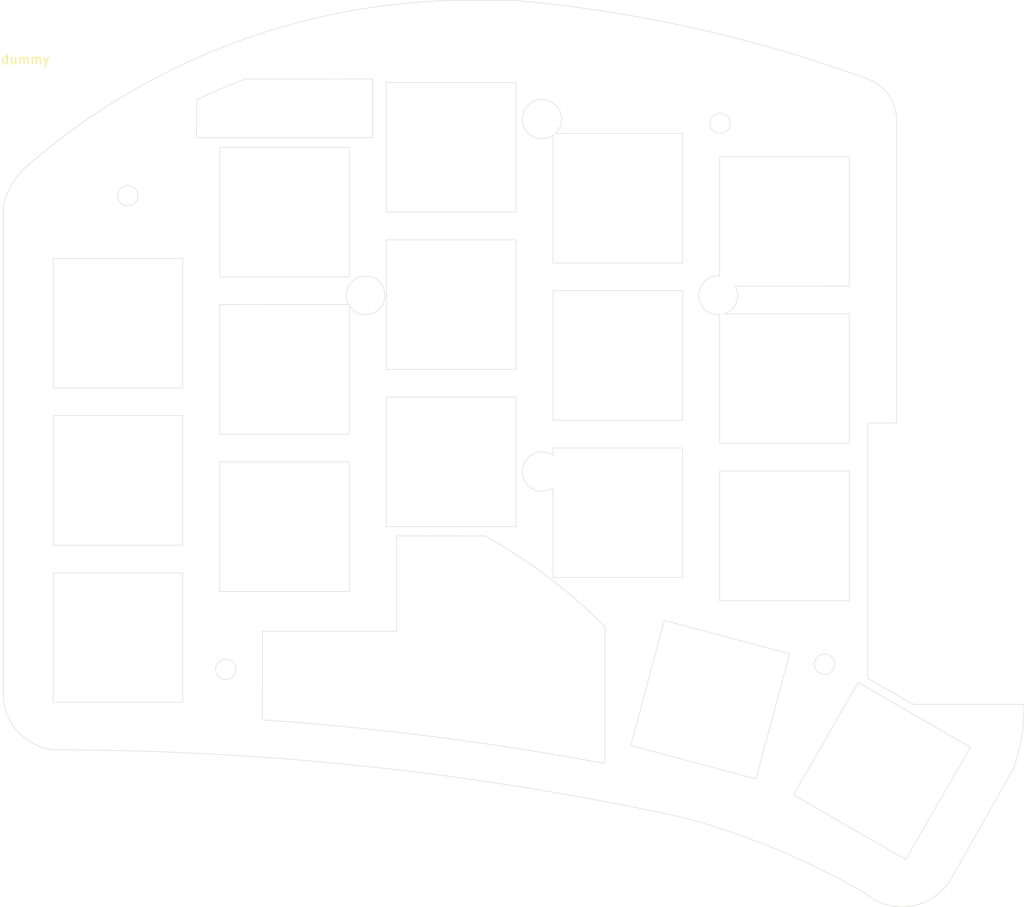
<source format=kicad_pcb>
(kicad_pcb (version 20171130) (host pcbnew 5.1.9)

  (general
    (thickness 1.6)
    (drawings 124)
    (tracks 0)
    (zones 0)
    (modules 1)
    (nets 1)
  )

  (page A4)
  (layers
    (0 F.Cu signal)
    (31 B.Cu signal)
    (32 B.Adhes user)
    (33 F.Adhes user)
    (34 B.Paste user)
    (35 F.Paste user)
    (36 B.SilkS user)
    (37 F.SilkS user)
    (38 B.Mask user)
    (39 F.Mask user)
    (40 Dwgs.User user)
    (41 Cmts.User user)
    (42 Eco1.User user)
    (43 Eco2.User user)
    (44 Edge.Cuts user)
    (45 Margin user)
    (46 B.CrtYd user)
    (47 F.CrtYd user)
    (48 B.Fab user)
    (49 F.Fab user)
  )

  (setup
    (last_trace_width 0.25)
    (trace_clearance 0.2)
    (zone_clearance 0.508)
    (zone_45_only no)
    (trace_min 0.2)
    (via_size 0.8)
    (via_drill 0.4)
    (via_min_size 0.4)
    (via_min_drill 0.3)
    (uvia_size 0.3)
    (uvia_drill 0.1)
    (uvias_allowed no)
    (uvia_min_size 0.2)
    (uvia_min_drill 0.1)
    (edge_width 0.05)
    (segment_width 0.2)
    (pcb_text_width 0.3)
    (pcb_text_size 1.5 1.5)
    (mod_edge_width 0.12)
    (mod_text_size 1 1)
    (mod_text_width 0.15)
    (pad_size 1.524 1.524)
    (pad_drill 0.762)
    (pad_to_mask_clearance 0.05)
    (aux_axis_origin 0 0)
    (visible_elements FFFDFF1F)
    (pcbplotparams
      (layerselection 0x01000_7ffffffe)
      (usegerberextensions false)
      (usegerberattributes true)
      (usegerberadvancedattributes true)
      (creategerberjobfile true)
      (excludeedgelayer true)
      (linewidth 0.100000)
      (plotframeref false)
      (viasonmask false)
      (mode 1)
      (useauxorigin false)
      (hpglpennumber 1)
      (hpglpenspeed 20)
      (hpglpendiameter 15.000000)
      (psnegative false)
      (psa4output false)
      (plotreference false)
      (plotvalue false)
      (plotinvisibletext false)
      (padsonsilk false)
      (subtractmaskfromsilk false)
      (outputformat 3)
      (mirror false)
      (drillshape 0)
      (scaleselection 1)
      (outputdirectory ""))
  )

  (net 0 "")

  (net_class Default "This is the default net class."
    (clearance 0.2)
    (trace_width 0.25)
    (via_dia 0.8)
    (via_drill 0.4)
    (uvia_dia 0.3)
    (uvia_drill 0.1)
  )

  (net_class Power ""
    (clearance 0.2)
    (trace_width 0.3)
    (via_dia 0.8)
    (via_drill 0.4)
    (uvia_dia 0.3)
    (uvia_drill 0.1)
  )

  (module dummy:dummy (layer F.Cu) (tedit 604AAE8F) (tstamp 604AAF5A)
    (at 12 12)
    (fp_text reference dummy (at 0 0.5) (layer F.SilkS)
      (effects (font (size 1 1) (thickness 0.15)))
    )
    (fp_text value dummy (at 0 -0.5) (layer F.Fab)
      (effects (font (size 1 1) (thickness 0.15)))
    )
  )

  (gr_line (start 107.092178 98.972178) (end 94.967822 91.972178) (layer Edge.Cuts) (width 0.05) (tstamp 6049E028))
  (gr_line (start 114.092178 86.847822) (end 107.092178 98.972178) (layer Edge.Cuts) (width 0.05))
  (gr_line (start 101.967822 79.847822) (end 114.092178 86.847822) (layer Edge.Cuts) (width 0.05))
  (gr_line (start 94.967822 91.972178) (end 101.967822 79.847822) (layer Edge.Cuts) (width 0.05))
  (gr_line (start 90.919747 90.273214) (end 77.396786 86.649747) (layer Edge.Cuts) (width 0.05))
  (gr_line (start 94.543214 76.750253) (end 90.919747 90.273214) (layer Edge.Cuts) (width 0.05))
  (gr_line (start 81.020253 73.126786) (end 94.543214 76.750253) (layer Edge.Cuts) (width 0.05))
  (gr_line (start 77.396786 86.649747) (end 81.020253 73.126786) (layer Edge.Cuts) (width 0.05))
  (gr_line (start 87 71) (end 87 57) (layer Edge.Cuts) (width 0.05))
  (gr_line (start 101 71) (end 87 71) (layer Edge.Cuts) (width 0.05))
  (gr_line (start 101 57) (end 101 71) (layer Edge.Cuts) (width 0.05))
  (gr_line (start 87 57) (end 101 57) (layer Edge.Cuts) (width 0.05))
  (gr_line (start 69 51.5) (end 69 37.5) (layer Edge.Cuts) (width 0.05) (tstamp 6049DFF6))
  (gr_line (start 83 51.5) (end 69 51.5) (layer Edge.Cuts) (width 0.05))
  (gr_line (start 83 37.5) (end 83 51.5) (layer Edge.Cuts) (width 0.05))
  (gr_line (start 69 37.5) (end 83 37.5) (layer Edge.Cuts) (width 0.05))
  (gr_line (start 51 29) (end 51 15) (layer Edge.Cuts) (width 0.05))
  (gr_line (start 65 29) (end 51 29) (layer Edge.Cuts) (width 0.05))
  (gr_line (start 65 15) (end 65 29) (layer Edge.Cuts) (width 0.05))
  (gr_line (start 51 15) (end 65 15) (layer Edge.Cuts) (width 0.05))
  (gr_line (start 51 46) (end 51 32) (layer Edge.Cuts) (width 0.05))
  (gr_line (start 65 46) (end 51 46) (layer Edge.Cuts) (width 0.05))
  (gr_line (start 65 32) (end 65 46) (layer Edge.Cuts) (width 0.05))
  (gr_line (start 51 32) (end 65 32) (layer Edge.Cuts) (width 0.05))
  (gr_line (start 65 63) (end 51 63) (layer Edge.Cuts) (width 0.05))
  (gr_line (start 65 49) (end 65 63) (layer Edge.Cuts) (width 0.05))
  (gr_line (start 51 49) (end 65 49) (layer Edge.Cuts) (width 0.05))
  (gr_line (start 51 63) (end 51 49) (layer Edge.Cuts) (width 0.05))
  (gr_line (start 33 70) (end 33 56) (layer Edge.Cuts) (width 0.05))
  (gr_line (start 47 70) (end 33 70) (layer Edge.Cuts) (width 0.05))
  (gr_line (start 47 56) (end 47 70) (layer Edge.Cuts) (width 0.05))
  (gr_line (start 33 56) (end 47 56) (layer Edge.Cuts) (width 0.05))
  (gr_line (start 33 36) (end 33 22) (layer Edge.Cuts) (width 0.05) (tstamp 6049DF78))
  (gr_line (start 47 36) (end 33 36) (layer Edge.Cuts) (width 0.05))
  (gr_line (start 47 22) (end 47 36) (layer Edge.Cuts) (width 0.05))
  (gr_line (start 33 22) (end 47 22) (layer Edge.Cuts) (width 0.05))
  (gr_line (start 15 82) (end 15 68) (layer Edge.Cuts) (width 0.05) (tstamp 6049DF52))
  (gr_line (start 29 82) (end 15 82) (layer Edge.Cuts) (width 0.05))
  (gr_line (start 29 68) (end 29 82) (layer Edge.Cuts) (width 0.05))
  (gr_line (start 15 68) (end 29 68) (layer Edge.Cuts) (width 0.05))
  (gr_line (start 15 65) (end 15 51) (layer Edge.Cuts) (width 0.05))
  (gr_line (start 29 65) (end 15 65) (layer Edge.Cuts) (width 0.05))
  (gr_line (start 29 51) (end 29 65) (layer Edge.Cuts) (width 0.05))
  (gr_line (start 15 51) (end 29 51) (layer Edge.Cuts) (width 0.05))
  (gr_line (start 15 48) (end 15 34) (layer Edge.Cuts) (width 0.05))
  (gr_line (start 29 48) (end 15 48) (layer Edge.Cuts) (width 0.05))
  (gr_line (start 29 34) (end 29 48) (layer Edge.Cuts) (width 0.05))
  (gr_line (start 15 34) (end 29 34) (layer Edge.Cuts) (width 0.05))
  (gr_line (start 69 34.5) (end 69.000463 20.700674) (layer Edge.Cuts) (width 0.05) (tstamp 6048F9DB))
  (gr_line (start 83 34.5) (end 69 34.5) (layer Edge.Cuts) (width 0.05))
  (gr_line (start 83 20.5) (end 83 34.5) (layer Edge.Cuts) (width 0.05))
  (gr_line (start 69.249999 20.499999) (end 83 20.5) (layer Edge.Cuts) (width 0.05))
  (gr_arc (start 67.8 18.952437) (end 69.249999 20.499999) (angle -351.3404114) (layer Edge.Cuts) (width 0.05))
  (gr_line (start 87 23) (end 86.999999 35.900001) (layer Edge.Cuts) (width 0.05) (tstamp 6048F97D))
  (gr_line (start 101 23) (end 87 23) (layer Edge.Cuts) (width 0.05))
  (gr_line (start 101 37) (end 101 23) (layer Edge.Cuts) (width 0.05))
  (gr_line (start 88.696943 37.001657) (end 101 37) (layer Edge.Cuts) (width 0.05))
  (gr_line (start 101 40) (end 87.5 40) (layer Edge.Cuts) (width 0.05) (tstamp 6048F954))
  (gr_line (start 101 54) (end 101 40) (layer Edge.Cuts) (width 0.05))
  (gr_line (start 87 54) (end 101 54) (layer Edge.Cuts) (width 0.05))
  (gr_line (start 87.000348 40.104848) (end 87 54) (layer Edge.Cuts) (width 0.05))
  (gr_arc (start 86.85 38.002437) (end 87.5 40) (angle -100.4266901) (layer Edge.Cuts) (width 0.05))
  (gr_arc (start 86.85 38.002437) (end 86.999999 35.900001) (angle -188.1712445) (layer Edge.Cuts) (width 0.05))
  (gr_line (start 69 54.5) (end 68.999999 55.300001) (layer Edge.Cuts) (width 0.05) (tstamp 6048F943))
  (gr_line (start 83 54.5) (end 69 54.5) (layer Edge.Cuts) (width 0.05))
  (gr_line (start 83 68.5) (end 83 54.5) (layer Edge.Cuts) (width 0.05))
  (gr_line (start 69 68.5) (end 83 68.5) (layer Edge.Cuts) (width 0.05))
  (gr_line (start 69.002275 58.803312) (end 69 68.5) (layer Edge.Cuts) (width 0.05))
  (gr_arc (start 67.8 57.052437) (end 68.999999 55.300001) (angle -248.8780491) (layer Edge.Cuts) (width 0.05))
  (gr_line (start 47 53) (end 47.000001 39.149999) (layer Edge.Cuts) (width 0.05) (tstamp 6048F936))
  (gr_line (start 33 53) (end 47 53) (layer Edge.Cuts) (width 0.05))
  (gr_line (start 33 39) (end 33 53) (layer Edge.Cuts) (width 0.05))
  (gr_line (start 46.908024 38.995673) (end 33 39) (layer Edge.Cuts) (width 0.05))
  (gr_arc (start 48.75 38.002437) (end 47.000001 39.149999) (angle -355.0797073) (layer Edge.Cuts) (width 0.05))
  (gr_circle (center 87.049819 19.4) (end 88.149819 19.42) (layer Edge.Cuts) (width 0.05) (tstamp 6048F55F))
  (gr_circle (center 98.329819 77.86) (end 99.429819 77.88) (layer Edge.Cuts) (width 0.05) (tstamp 6048F55F))
  (gr_circle (center 33.639819 78.42) (end 34.739819 78.44) (layer Edge.Cuts) (width 0.05) (tstamp 6048F55F))
  (gr_circle (center 23.059819 27.22) (end 24.159819 27.24) (layer Edge.Cuts) (width 0.05))
  (gr_arc (start 33.105131 115.090834) (end 74.6 73.8) (angle -15.90604465) (layer Edge.Cuts) (width 0.05))
  (gr_arc (start 60.008389 78.858139) (end 35.8 14.6) (angle -4.807870918) (layer Edge.Cuts) (width 0.05) (tstamp 6048EEE8))
  (gr_line (start 118.738448 89.155884) (end 111.890143 101.245816) (layer Edge.Cuts) (width 0.05) (tstamp 6048D7F3))
  (gr_arc (start 106.708 97.938735) (end 102.7 102.6) (angle -98.1305031) (layer Edge.Cuts) (width 0.05) (tstamp 6048D7AA))
  (gr_arc (start 61.59 173.76) (end 102.7 102.6) (angle -14.91754999) (layer Edge.Cuts) (width 0.05) (tstamp 6048D784))
  (gr_arc (start 15.650018 81.077212) (end 9.6 81.147211) (angle -91.0546288) (layer Edge.Cuts) (width 0.05) (tstamp 6048D73A))
  (gr_arc (start 101.35 19.059419) (end 106.1 19.059419) (angle -65.1) (layer Edge.Cuts) (width 0.05) (tstamp 6048D6DD))
  (gr_arc (start 15.089318 406.95507) (end 82.995848 94.415389) (angle -12.12538542) (layer Edge.Cuts) (width 0.05) (tstamp 6048D6BD))
  (gr_arc (start 17.48 30.13) (end 12.399191 23.838951) (angle -38.00054151) (layer Edge.Cuts) (width 0.05) (tstamp 6048D4DB))
  (gr_line (start 9.603094 28.300719) (end 9.6 81.147211) (layer Edge.Cuts) (width 0.05) (tstamp 6048D47B))
  (gr_arc (start 60.008389 78.858139) (end 60 6.1) (angle -40.86368173) (layer Edge.Cuts) (width 0.05) (tstamp 6048D445))
  (gr_line (start 64.699364 6.107346) (end 60 6.1) (layer Edge.Cuts) (width 0.05) (tstamp 6048D2B4))
  (gr_arc (start 100.5318 82.63446) (end 118.738448 89.155884) (angle -20.9939576) (layer Edge.Cuts) (width 0.05) (tstamp 6048C255))
  (gr_line (start 107.9 82.2) (end 119.866285 82.200094) (layer Edge.Cuts) (width 0.05))
  (gr_line (start 103 79.4) (end 107.9 82.2) (layer Edge.Cuts) (width 0.05))
  (gr_line (start 103 51.8) (end 103 79.4) (layer Edge.Cuts) (width 0.05))
  (gr_line (start 106.1 51.8) (end 103 51.8) (layer Edge.Cuts) (width 0.05))
  (gr_arc (start 51.873581 154.194988) (end 103.34992 14.75096) (angle -15.311832) (layer Edge.Cuts) (width 0.05) (tstamp 6048C0E6))
  (gr_line (start 106.1 51.8) (end 106.1 19.059419) (layer Edge.Cuts) (width 0.05))
  (gr_arc (start 15.142431 407.353485) (end 74.6 88.6) (angle -6.594680347) (layer Edge.Cuts) (width 0.05) (tstamp 6048BFAF))
  (gr_line (start 52.1 64) (end 61.695067 64.008815) (layer Edge.Cuts) (width 0.05))
  (gr_line (start 52.1 74.3) (end 52.1 64) (layer Edge.Cuts) (width 0.05))
  (gr_line (start 37.6 74.3) (end 52.1 74.3) (layer Edge.Cuts) (width 0.05))
  (gr_line (start 37.599377 83.880654) (end 37.6 74.3) (layer Edge.Cuts) (width 0.05))
  (gr_line (start 74.6 73.8) (end 74.6 88.6) (layer Edge.Cuts) (width 0.05))
  (gr_line (start 30.499402 16.855121) (end 30.48 20.955) (layer Edge.Cuts) (width 0.05) (tstamp 6048BFA7))
  (gr_line (start 49.53 14.605) (end 35.8 14.6) (layer Edge.Cuts) (width 0.05))
  (gr_line (start 49.53 20.955) (end 49.53 14.605) (layer Edge.Cuts) (width 0.05))
  (gr_line (start 30.48 20.955) (end 49.53 20.955) (layer Edge.Cuts) (width 0.05))
  (gr_arc (start 17.48 30.13) (end 15.035 26.885) (angle -35.4) (layer Cmts.User) (width 0.05) (tstamp 5F45BAB8))
  (gr_line (start 102.1 49.9) (end 102.1 19.059419) (layer Cmts.User) (width 0.05) (tstamp 5F45BAB7))
  (gr_arc (start 52.262442 153.652303) (end 101.665245 18.378889) (angle -15.3) (layer Cmts.User) (width 0.05) (tstamp 5F45BAB6))
  (gr_arc (start 101.35 19.059419) (end 102.1 19.059419) (angle -65.1) (layer Cmts.User) (width 0.05) (tstamp 5F45BAB5))
  (gr_line (start 64.208637 10.136374) (end 60.008389 10.128139) (layer Cmts.User) (width 0.05) (tstamp 5F45BAB3))
  (gr_arc (start 60.008389 78.858139) (end 60.008389 10.128139) (angle -40.9) (layer Cmts.User) (width 0.05) (tstamp 5F45BAB2))
  (gr_line (start 116.965001 52.600918) (end 116.960001 79.6) (layer Cmts.User) (width 0.05) (tstamp 5F359724))
  (gr_arc (start 15.157962 407.009453) (end 84.370665 90.557571) (angle -12.23959981) (layer Cmts.User) (width 0.05) (tstamp 5EDCBAB7))
  (gr_arc (start 100.191149 79.445969) (end 115.218305 86.900068) (angle -25.9) (layer Cmts.User) (width 0.05) (tstamp 5EDAA9C2))
  (gr_line (start 115.218305 86.900068) (end 108.37 98.99) (layer Cmts.User) (width 0.05) (tstamp 5EDAAAB5))
  (gr_arc (start 104.099999 49.830001) (end 102.1 49.9) (angle -89) (layer Cmts.User) (width 0.05) (tstamp 5EDAB87A))
  (gr_arc (start 61.59 173.76) (end 105.638 99.588735) (angle -15.4) (layer Cmts.User) (width 0.05) (tstamp 5EDABA84))
  (gr_arc (start 15.650018 81.077212) (end 13.650019 81.147211) (angle -89.7) (layer Cmts.User) (width 0.05) (tstamp 5EDAA8DE))
  (gr_arc (start 106.708 97.938735) (end 105.638 99.588735) (angle -90.6) (layer Cmts.User) (width 0.05) (tstamp 5EDAABA5))
  (gr_arc (start 116.215001 52.600918) (end 116.965001 52.600918) (angle -90) (layer Cmts.User) (width 0.05) (tstamp 5EDAB58F))
  (gr_line (start 104.135001 51.830918) (end 116.215001 51.850918) (layer Cmts.User) (width 0.05) (tstamp 5EDAB58C))
  (gr_line (start 13.608055 28.898702) (end 13.650019 81.147211) (layer Cmts.User) (width 0.05) (tstamp 5EDAB9D6))

)

</source>
